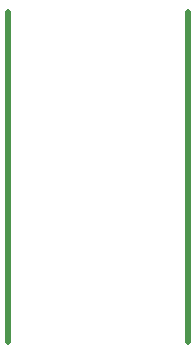
<source format=gbr>
%TF.GenerationSoftware,KiCad,Pcbnew,(5.1.10)-1*%
%TF.CreationDate,2021-08-10T22:37:01+09:00*%
%TF.ProjectId,Ultramarine_fuse,556c7472-616d-4617-9269-6e655f667573,rev?*%
%TF.SameCoordinates,Original*%
%TF.FileFunction,Legend,Bot*%
%TF.FilePolarity,Positive*%
%FSLAX46Y46*%
G04 Gerber Fmt 4.6, Leading zero omitted, Abs format (unit mm)*
G04 Created by KiCad (PCBNEW (5.1.10)-1) date 2021-08-10 22:37:01*
%MOMM*%
%LPD*%
G01*
G04 APERTURE LIST*
%ADD10C,0.500000*%
G04 APERTURE END LIST*
D10*
%TO.C,U1*%
X87815301Y-41886501D02*
X87815301Y-69826501D01*
X103055301Y-69826501D02*
X103055301Y-41886501D01*
%TD*%
M02*

</source>
